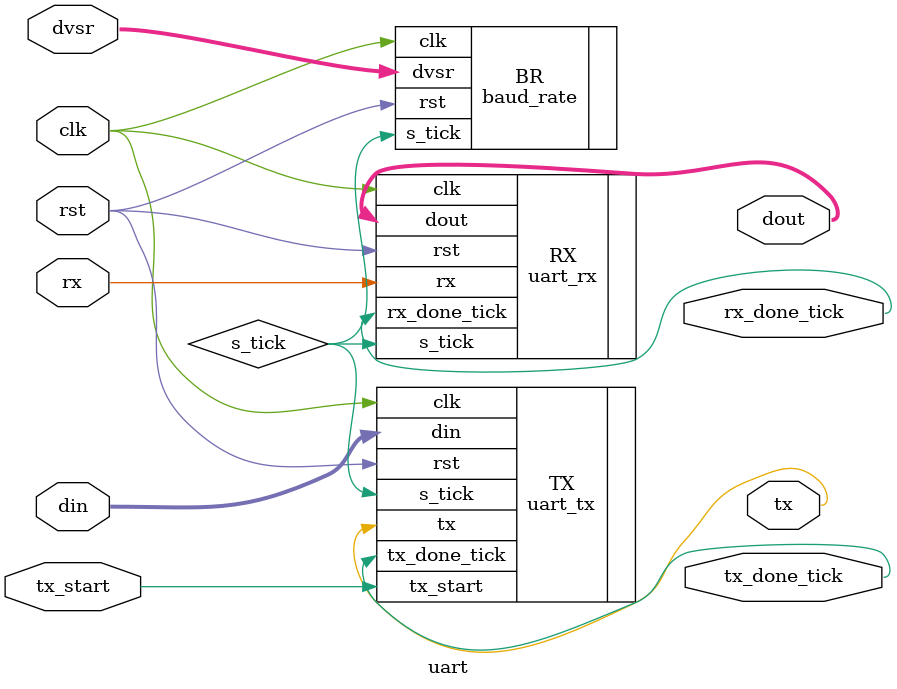
<source format=sv>
`timescale 1ns/1ns 
module uart #(parameter DBIT = 8, SB_TICK = 16)(/*AUTOARG*/
   // Outputs
   tx, tx_done_tick, rx_done_tick, dout,
   // Inputs
   clk, rst, din, dvsr, tx_start, rx
   ); 
   input  logic            clk;
   input logic		   rst;
   input logic [DBIT-1: 0] din;
   input logic [10:0]	   dvsr;
   input logic		   tx_start;
   input logic		   rx;
   output logic		   tx;
   output logic		   tx_done_tick;
   output logic		   rx_done_tick;
   output logic [DBIT-1:0] dout;
   
 
  /*AUTOREG*/ 
  /*AUTOWIRE*/ 
  // Beginning of automatic wires (for undeclared instantiated-module outputs)
  logic			s_tick;			// From BR of baud_rate.v
  // End of automatics

   //logic 		rx;
   
   //assign rx = tx;
   
   baud_rate BR (/*AUTOINST*/
		 // Outputs
		 .s_tick		(s_tick),
		 // Inputs
		 .clk			(clk),
		 .rst			(rst),
		 .dvsr			(dvsr[10:0]));
 
   uart_tx #(/*AUTOINSTPARAM*/
	     // Parameters
	     .DBIT			(DBIT),
	     .SB_TICK			(SB_TICK)) TX (/*AUTOINST*/
						       // Outputs
						       .tx_done_tick	(tx_done_tick),
						       .tx		(tx),
						       // Inputs
						       .clk		(clk),
						       .rst		(rst),
						       .din		(din[7:0]),
						       .tx_start	(tx_start),
						       .s_tick		(s_tick)); 
   uart_rx #(/*AUTOINSTPARAM*/
	     // Parameters
	     .DBIT			(DBIT),
	     .SB_TICK			(SB_TICK)) RX (/*AUTOINST*/
						       // Outputs
						       .dout		(dout[7:0]),
						       .rx_done_tick	(rx_done_tick),
						       // Inputs
						       .clk		(clk),
						       .rst		(rst),
						       .rx		(rx),
						       .s_tick		(s_tick)); 
 
endmodule 
// Local Variables: 
// Verilog-Library-Directories: (".")
// End:

</source>
